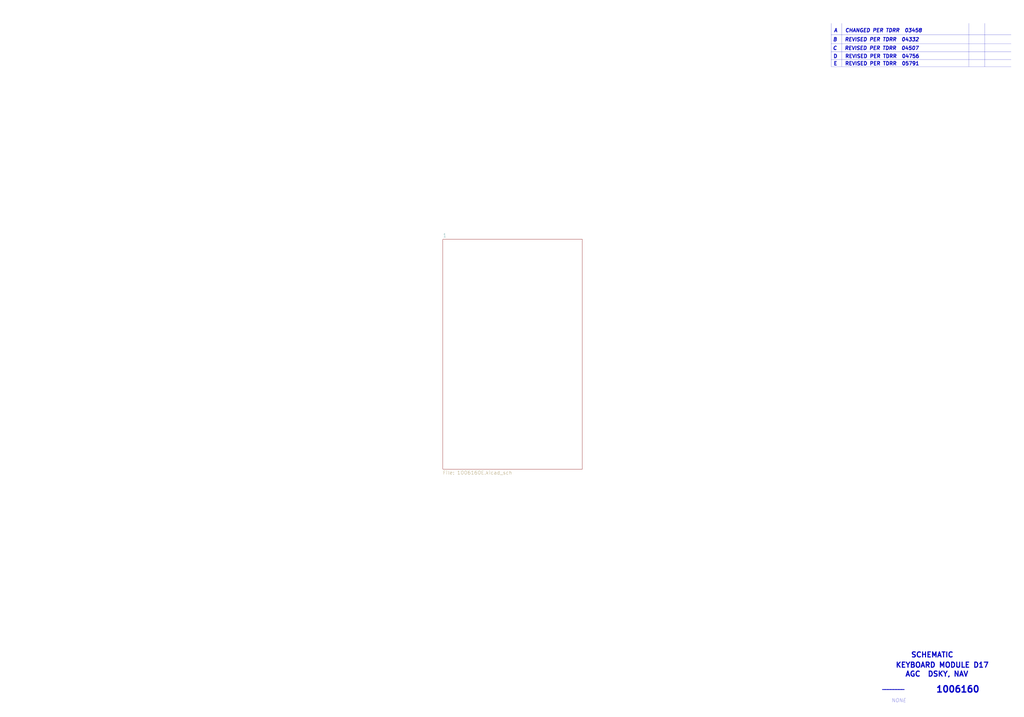
<source format=kicad_sch>
(kicad_sch (version 20211123) (generator eeschema)
  (paper "User" 1016 711.2)
  (lib_symbols)
  (polyline (pts (xy 824.611 59.055) (xy 1003.173 59.055)) (stroke (width 0) (type solid)))
  (polyline (pts (xy 835.025 23.114) (xy 835.025 66.04)) (stroke (width 0) (type solid)))
  (polyline (pts (xy 824.611 51.308) (xy 1003.173 51.308)) (stroke (width 0) (type solid)))
  (polyline (pts (xy 824.611 34.417) (xy 1003.173 34.417)) (stroke (width 0) (type solid)))
  (polyline (pts (xy 824.611 66.04) (xy 1003.173 66.04)) (stroke (width 0) (type solid)))
  (polyline (pts (xy 961.39 23.114) (xy 961.39 66.04)) (stroke (width 0) (type solid)))
  (polyline (pts (xy 977.011 65.913) (xy 977.138 65.913)))
  (polyline (pts (xy 824.611 43.561) (xy 1003.173 43.561)) (stroke (width 0) (type solid)))
  (polyline (pts (xy 977.138 65.913) (xy 977.138 66.04)))
  (polyline (pts (xy 824.611 23.114) (xy 824.611 66.04)) (stroke (width 0) (type solid)))
  (polyline (pts (xy 977.011 23.114) (xy 977.011 65.913)) (stroke (width 0) (type solid)))
  (text "E   REVISED PER TDRR  05791" (at 826.897 65.278 0) (effects (font (size 3.556 3.556) (thickness 0.7112) bold) (justify left bottom)))
  (text "SCHEMATIC" (at 903.605 652.78 0) (effects (font (size 5.08 5.08) (thickness 1.016) bold) (justify left bottom)))
  (text "AGC  DSKY, NAV" (at 897.89 671.83 0) (effects (font (size 5.08 5.08) (thickness 1.016) bold) (justify left bottom)))
  (text "C   REVISED PER TDRR  04507" (at 826.135 50.038 0) (effects (font (size 3.556 3.556) (thickness 0.7112) bold italic) (justify left bottom)))
  (text "1006160" (at 928.37 687.705 0) (effects (font (size 6.35 6.35) (thickness 1.27) bold) (justify left bottom)))
  (text "KEYBOARD MODULE D17" (at 888.365 662.94 0) (effects (font (size 5.08 5.08) (thickness 1.016) bold) (justify left bottom)))
  (text "________" (at 875.03 684.53 0) (effects (font (size 3.556 3.556) (thickness 0.7112) bold) (justify left bottom)))
  (text "D   REVISED PER TDRR  04756" (at 826.643 58.039 0) (effects (font (size 3.556 3.556) (thickness 0.7112) bold) (justify left bottom)))
  (text "A   CHANGED PER TDRR  03458" (at 827.151 32.385 0) (effects (font (size 3.556 3.556) (thickness 0.7112) bold italic) (justify left bottom)))
  (text "B   REVISED PER TDRR  04332" (at 826.262 41.402 0) (effects (font (size 3.556 3.556) (thickness 0.7112) bold italic) (justify left bottom)))
  (text "NONE" (at 884.555 697.23 0) (effects (font (size 3.556 3.556) italic) (justify left bottom)))
  (sheet (at 439.42 237.49) (size 138.43 227.965)
    (property "Sheet name" "1" (at 439.42 235.6354 0) (effects (font (size 3.556 3.556)) (justify left bottom)))
    (property "Sheet file" "1006160E.kicad_sch" (at 439.42 466.954 0) (effects (font (size 3.556 3.556)) (justify left top)))
  )
)
</source>
